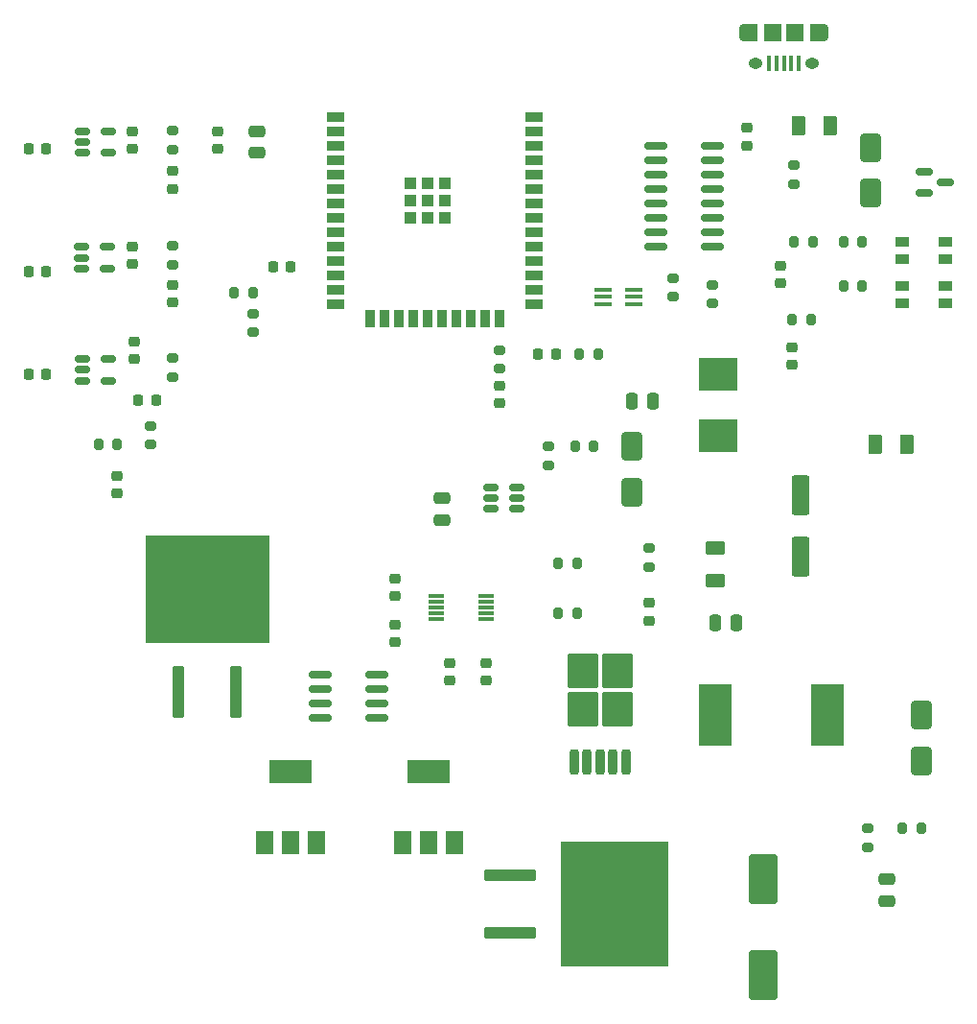
<source format=gtp>
G04 #@! TF.GenerationSoftware,KiCad,Pcbnew,7.0.10-7.0.10~ubuntu20.04.1*
G04 #@! TF.CreationDate,2024-02-22T18:15:52-03:00*
G04 #@! TF.ProjectId,Transiluminador,5472616e-7369-46c7-956d-696e61646f72,rev?*
G04 #@! TF.SameCoordinates,Original*
G04 #@! TF.FileFunction,Paste,Top*
G04 #@! TF.FilePolarity,Positive*
%FSLAX46Y46*%
G04 Gerber Fmt 4.6, Leading zero omitted, Abs format (unit mm)*
G04 Created by KiCad (PCBNEW 7.0.10-7.0.10~ubuntu20.04.1) date 2024-02-22 18:15:52*
%MOMM*%
%LPD*%
G01*
G04 APERTURE LIST*
G04 Aperture macros list*
%AMRoundRect*
0 Rectangle with rounded corners*
0 $1 Rounding radius*
0 $2 $3 $4 $5 $6 $7 $8 $9 X,Y pos of 4 corners*
0 Add a 4 corners polygon primitive as box body*
4,1,4,$2,$3,$4,$5,$6,$7,$8,$9,$2,$3,0*
0 Add four circle primitives for the rounded corners*
1,1,$1+$1,$2,$3*
1,1,$1+$1,$4,$5*
1,1,$1+$1,$6,$7*
1,1,$1+$1,$8,$9*
0 Add four rect primitives between the rounded corners*
20,1,$1+$1,$2,$3,$4,$5,0*
20,1,$1+$1,$4,$5,$6,$7,0*
20,1,$1+$1,$6,$7,$8,$9,0*
20,1,$1+$1,$8,$9,$2,$3,0*%
G04 Aperture macros list end*
%ADD10C,0.100000*%
%ADD11RoundRect,0.250000X-2.050000X-0.300000X2.050000X-0.300000X2.050000X0.300000X-2.050000X0.300000X0*%
%ADD12RoundRect,0.250000X0.300000X-2.050000X0.300000X2.050000X-0.300000X2.050000X-0.300000X-2.050000X0*%
%ADD13RoundRect,0.150000X-0.825000X-0.150000X0.825000X-0.150000X0.825000X0.150000X-0.825000X0.150000X0*%
%ADD14O,0.890000X1.550000*%
%ADD15O,1.250000X0.950000*%
%ADD16R,0.400000X1.350000*%
%ADD17R,1.200000X1.550000*%
%ADD18R,1.500000X1.550000*%
%ADD19R,1.500000X2.000000*%
%ADD20R,3.800000X2.000000*%
%ADD21RoundRect,0.225000X-0.250000X0.225000X-0.250000X-0.225000X0.250000X-0.225000X0.250000X0.225000X0*%
%ADD22RoundRect,0.218750X0.256250X-0.218750X0.256250X0.218750X-0.256250X0.218750X-0.256250X-0.218750X0*%
%ADD23RoundRect,0.200000X-0.275000X0.200000X-0.275000X-0.200000X0.275000X-0.200000X0.275000X0.200000X0*%
%ADD24RoundRect,0.250000X0.625000X-0.375000X0.625000X0.375000X-0.625000X0.375000X-0.625000X-0.375000X0*%
%ADD25RoundRect,0.250000X-0.550000X1.500000X-0.550000X-1.500000X0.550000X-1.500000X0.550000X1.500000X0*%
%ADD26RoundRect,0.150000X-0.512500X-0.150000X0.512500X-0.150000X0.512500X0.150000X-0.512500X0.150000X0*%
%ADD27RoundRect,0.200000X0.275000X-0.200000X0.275000X0.200000X-0.275000X0.200000X-0.275000X-0.200000X0*%
%ADD28R,1.500000X0.400000*%
%ADD29RoundRect,0.200000X-0.200000X-0.275000X0.200000X-0.275000X0.200000X0.275000X-0.200000X0.275000X0*%
%ADD30RoundRect,0.150000X-0.587500X-0.150000X0.587500X-0.150000X0.587500X0.150000X-0.587500X0.150000X0*%
%ADD31RoundRect,0.200000X0.200000X0.275000X-0.200000X0.275000X-0.200000X-0.275000X0.200000X-0.275000X0*%
%ADD32RoundRect,0.250000X0.650000X-1.000000X0.650000X1.000000X-0.650000X1.000000X-0.650000X-1.000000X0*%
%ADD33RoundRect,0.225000X0.225000X0.250000X-0.225000X0.250000X-0.225000X-0.250000X0.225000X-0.250000X0*%
%ADD34R,3.500000X2.950000*%
%ADD35RoundRect,0.250000X-0.650000X1.000000X-0.650000X-1.000000X0.650000X-1.000000X0.650000X1.000000X0*%
%ADD36R,1.250000X0.900000*%
%ADD37RoundRect,0.250000X-0.375000X-0.625000X0.375000X-0.625000X0.375000X0.625000X-0.375000X0.625000X0*%
%ADD38RoundRect,0.250000X-0.475000X0.250000X-0.475000X-0.250000X0.475000X-0.250000X0.475000X0.250000X0*%
%ADD39RoundRect,0.150000X0.512500X0.150000X-0.512500X0.150000X-0.512500X-0.150000X0.512500X-0.150000X0*%
%ADD40RoundRect,0.200000X0.200000X-0.900000X0.200000X0.900000X-0.200000X0.900000X-0.200000X-0.900000X0*%
%ADD41RoundRect,0.250000X1.125000X-1.275000X1.125000X1.275000X-1.125000X1.275000X-1.125000X-1.275000X0*%
%ADD42R,1.500000X0.900000*%
%ADD43R,0.900000X1.500000*%
%ADD44R,1.050000X1.050000*%
%ADD45RoundRect,0.218750X-0.218750X-0.256250X0.218750X-0.256250X0.218750X0.256250X-0.218750X0.256250X0*%
%ADD46RoundRect,0.225000X-0.225000X-0.250000X0.225000X-0.250000X0.225000X0.250000X-0.225000X0.250000X0*%
%ADD47RoundRect,0.225000X0.250000X-0.225000X0.250000X0.225000X-0.250000X0.225000X-0.250000X-0.225000X0*%
%ADD48R,2.900000X5.400000*%
%ADD49R,1.400000X0.300000*%
%ADD50RoundRect,0.250000X-0.250000X-0.475000X0.250000X-0.475000X0.250000X0.475000X-0.250000X0.475000X0*%
%ADD51RoundRect,0.250000X-1.000000X1.950000X-1.000000X-1.950000X1.000000X-1.950000X1.000000X1.950000X0*%
G04 APERTURE END LIST*
D10*
X160702000Y-86821000D02*
X170083000Y-86821000D01*
X170083000Y-86821000D02*
X170083000Y-97674000D01*
X170083000Y-97674000D02*
X160702000Y-97674000D01*
X160702000Y-97674000D02*
X160702000Y-86821000D01*
G36*
X160702000Y-86821000D02*
G01*
X170083000Y-86821000D01*
X170083000Y-97674000D01*
X160702000Y-97674000D01*
X160702000Y-86821000D01*
G37*
X124021000Y-69148000D02*
X134874000Y-69148000D01*
X134874000Y-69148000D02*
X134874000Y-59767000D01*
X134874000Y-59767000D02*
X124021000Y-59767000D01*
X124021000Y-59767000D02*
X124021000Y-69148000D01*
G36*
X124021000Y-69148000D02*
G01*
X134874000Y-69148000D01*
X134874000Y-59767000D01*
X124021000Y-59767000D01*
X124021000Y-69148000D01*
G37*
D11*
X156250000Y-89735000D03*
X156250000Y-94815000D03*
D12*
X126935000Y-73600000D03*
X132015000Y-73600000D03*
D13*
X169100000Y-25380000D03*
X169100000Y-26650000D03*
X169100000Y-27920000D03*
X169100000Y-29190000D03*
X169100000Y-30460000D03*
X169100000Y-31730000D03*
X169100000Y-33000000D03*
X169100000Y-34270000D03*
X174050000Y-34270000D03*
X174050000Y-33000000D03*
X174050000Y-31730000D03*
X174050000Y-30460000D03*
X174050000Y-29190000D03*
X174050000Y-27920000D03*
X174050000Y-26650000D03*
X174050000Y-25380000D03*
D14*
X183900000Y-15425000D03*
D15*
X182900000Y-18125000D03*
X177900000Y-18125000D03*
D14*
X176900000Y-15425000D03*
D16*
X181700000Y-18125000D03*
X181050000Y-18125000D03*
X180400000Y-18125000D03*
X179750000Y-18125000D03*
X179100000Y-18125000D03*
D17*
X183300000Y-15425000D03*
D18*
X181400000Y-15425000D03*
X179400000Y-15425000D03*
D17*
X177500000Y-15425000D03*
D19*
X134500000Y-86875000D03*
X136800000Y-86875000D03*
D20*
X136800000Y-80575000D03*
D19*
X139100000Y-86875000D03*
D21*
X122825000Y-34280000D03*
X122825000Y-35830000D03*
D22*
X155300000Y-48137500D03*
X155300000Y-46562500D03*
D23*
X155300000Y-43400000D03*
X155300000Y-45050000D03*
D24*
X174325000Y-63725000D03*
X174325000Y-60925000D03*
D25*
X181850000Y-56250000D03*
X181850000Y-61650000D03*
D26*
X118375000Y-34325000D03*
X118375000Y-35275000D03*
X118375000Y-36225000D03*
X120650000Y-36225000D03*
X120650000Y-34325000D03*
D23*
X133500000Y-40200000D03*
X133500000Y-41850000D03*
D27*
X174050000Y-39300000D03*
X174050000Y-37650000D03*
X187800000Y-87275000D03*
X187800000Y-85625000D03*
D28*
X164445000Y-38075000D03*
X164445000Y-38725000D03*
X164445000Y-39375000D03*
X167105000Y-39375000D03*
X167105000Y-38725000D03*
X167105000Y-38075000D03*
D13*
X139475000Y-72025000D03*
X139475000Y-73295000D03*
X139475000Y-74565000D03*
X139475000Y-75835000D03*
X144425000Y-75835000D03*
X144425000Y-74565000D03*
X144425000Y-73295000D03*
X144425000Y-72025000D03*
D29*
X190850000Y-85635000D03*
X192500000Y-85635000D03*
D30*
X192775000Y-27675000D03*
X192775000Y-29575000D03*
X194650000Y-28625000D03*
D19*
X146725000Y-86875000D03*
X149025000Y-86875000D03*
D20*
X149025000Y-80575000D03*
D19*
X151325000Y-86875000D03*
D22*
X126375000Y-39230000D03*
X126375000Y-37655000D03*
D23*
X126375000Y-34230000D03*
X126375000Y-35880000D03*
D31*
X162100000Y-62225000D03*
X160450000Y-62225000D03*
D32*
X188075000Y-29575000D03*
X188075000Y-25575000D03*
D33*
X115225000Y-25675000D03*
X113675000Y-25675000D03*
D21*
X150850000Y-71050000D03*
X150850000Y-72600000D03*
D34*
X174575000Y-45550000D03*
X174575000Y-51000000D03*
D35*
X166950000Y-51950000D03*
X166950000Y-55950000D03*
D29*
X181300000Y-33900000D03*
X182950000Y-33900000D03*
D36*
X190825000Y-39295000D03*
X194675000Y-39295000D03*
X190825000Y-37795000D03*
X194675000Y-37795000D03*
D27*
X168475000Y-62575000D03*
X168475000Y-60925000D03*
D37*
X188450000Y-51750000D03*
X191250000Y-51750000D03*
X181700000Y-23625000D03*
X184500000Y-23625000D03*
D38*
X150175000Y-56500000D03*
X150175000Y-58400000D03*
D39*
X156800000Y-57450000D03*
X156800000Y-56500000D03*
X156800000Y-55550000D03*
X154525000Y-55550000D03*
X154525000Y-56500000D03*
X154525000Y-57450000D03*
D33*
X115225000Y-36475000D03*
X113675000Y-36475000D03*
D31*
X163600000Y-51950000D03*
X161950000Y-51950000D03*
D27*
X170600000Y-38700000D03*
X170600000Y-37050000D03*
D38*
X189475000Y-90125000D03*
X189475000Y-92025000D03*
D40*
X161870000Y-79725000D03*
X163010000Y-79725000D03*
X164150000Y-79725000D03*
X165290000Y-79725000D03*
X166430000Y-79725000D03*
D41*
X162625000Y-75100000D03*
X165675000Y-75100000D03*
X162625000Y-71750000D03*
X165675000Y-71750000D03*
D23*
X126425000Y-44130000D03*
X126425000Y-45780000D03*
D42*
X140843200Y-22860000D03*
X140843200Y-24130000D03*
X140843200Y-25400000D03*
X140843200Y-26670000D03*
X140843200Y-27940000D03*
X140843200Y-29210000D03*
X140843200Y-30480000D03*
X140843200Y-31750000D03*
X140843200Y-33020000D03*
X140843200Y-34290000D03*
X140843200Y-35560000D03*
X140843200Y-36830000D03*
X140843200Y-38100000D03*
X140843200Y-39370000D03*
D43*
X143883200Y-40620000D03*
X145153200Y-40620000D03*
X146423200Y-40620000D03*
X147693200Y-40620000D03*
X148963200Y-40620000D03*
X150233200Y-40620000D03*
X151503200Y-40620000D03*
X152773200Y-40620000D03*
X154043200Y-40620000D03*
X155313200Y-40620000D03*
D42*
X158343200Y-39370000D03*
X158343200Y-38100000D03*
X158343200Y-36830000D03*
X158343200Y-35560000D03*
X158343200Y-34290000D03*
X158343200Y-33020000D03*
X158343200Y-31750000D03*
X158343200Y-30480000D03*
X158343200Y-29210000D03*
X158343200Y-27940000D03*
X158343200Y-26670000D03*
X158343200Y-25400000D03*
X158343200Y-24130000D03*
X158343200Y-22860000D03*
D44*
X147388200Y-28675000D03*
X147388200Y-30200000D03*
X147388200Y-31725000D03*
X148913200Y-28675000D03*
X148913200Y-30200000D03*
X148913200Y-31725000D03*
X150438200Y-28675000D03*
X150438200Y-30200000D03*
X150438200Y-31725000D03*
D22*
X168475000Y-67312500D03*
X168475000Y-65737500D03*
D45*
X158700000Y-43750000D03*
X160275000Y-43750000D03*
D23*
X159600000Y-51925000D03*
X159600000Y-53575000D03*
D21*
X181125000Y-43175000D03*
X181125000Y-44725000D03*
D38*
X133850000Y-24125000D03*
X133850000Y-26025000D03*
D29*
X185675000Y-33875000D03*
X187325000Y-33875000D03*
X131850000Y-38350000D03*
X133500000Y-38350000D03*
D31*
X121525000Y-51775000D03*
X119875000Y-51775000D03*
D21*
X146050000Y-67625000D03*
X146050000Y-69175000D03*
D26*
X118425000Y-24125000D03*
X118425000Y-25075000D03*
X118425000Y-26025000D03*
X120700000Y-26025000D03*
X120700000Y-24125000D03*
D21*
X121525000Y-54500000D03*
X121525000Y-56050000D03*
D45*
X123387500Y-47875000D03*
X124962500Y-47875000D03*
D23*
X124450000Y-50125000D03*
X124450000Y-51775000D03*
D46*
X135300000Y-36100000D03*
X136850000Y-36100000D03*
D26*
X118425000Y-44225000D03*
X118425000Y-45175000D03*
X118425000Y-46125000D03*
X120700000Y-46125000D03*
X120700000Y-44225000D03*
D47*
X146050000Y-65125000D03*
X146050000Y-63575000D03*
D21*
X130375000Y-24150000D03*
X130375000Y-25700000D03*
D31*
X163962500Y-43750000D03*
X162312500Y-43750000D03*
D48*
X174325000Y-75625000D03*
X184225000Y-75625000D03*
D33*
X115225000Y-45600000D03*
X113675000Y-45600000D03*
D49*
X154100000Y-67125000D03*
X154100000Y-66625000D03*
X154100000Y-66125000D03*
X154100000Y-65625000D03*
X154100000Y-65125000D03*
X149700000Y-65125000D03*
X149700000Y-65625000D03*
X149700000Y-66125000D03*
X149700000Y-66625000D03*
X149700000Y-67125000D03*
D50*
X166950000Y-47950000D03*
X168850000Y-47950000D03*
D47*
X177100000Y-25375000D03*
X177100000Y-23825000D03*
D23*
X126425000Y-24075000D03*
X126425000Y-25725000D03*
D36*
X190825000Y-35375000D03*
X194675000Y-35375000D03*
X190825000Y-33875000D03*
X194675000Y-33875000D03*
D21*
X154100000Y-71050000D03*
X154100000Y-72600000D03*
D50*
X174325000Y-67450000D03*
X176225000Y-67450000D03*
D29*
X185675000Y-37790000D03*
X187325000Y-37790000D03*
X181125000Y-40725000D03*
X182775000Y-40725000D03*
D23*
X181250000Y-27125000D03*
X181250000Y-28775000D03*
D21*
X180100000Y-35950000D03*
X180100000Y-37500000D03*
D31*
X162100000Y-66625000D03*
X160450000Y-66625000D03*
D51*
X178575000Y-90125000D03*
X178575000Y-98525000D03*
D47*
X123025000Y-44225000D03*
X123025000Y-42675000D03*
D22*
X126425000Y-29187500D03*
X126425000Y-27612500D03*
D21*
X122875000Y-24125000D03*
X122875000Y-25675000D03*
D32*
X192500000Y-79650000D03*
X192500000Y-75650000D03*
M02*

</source>
